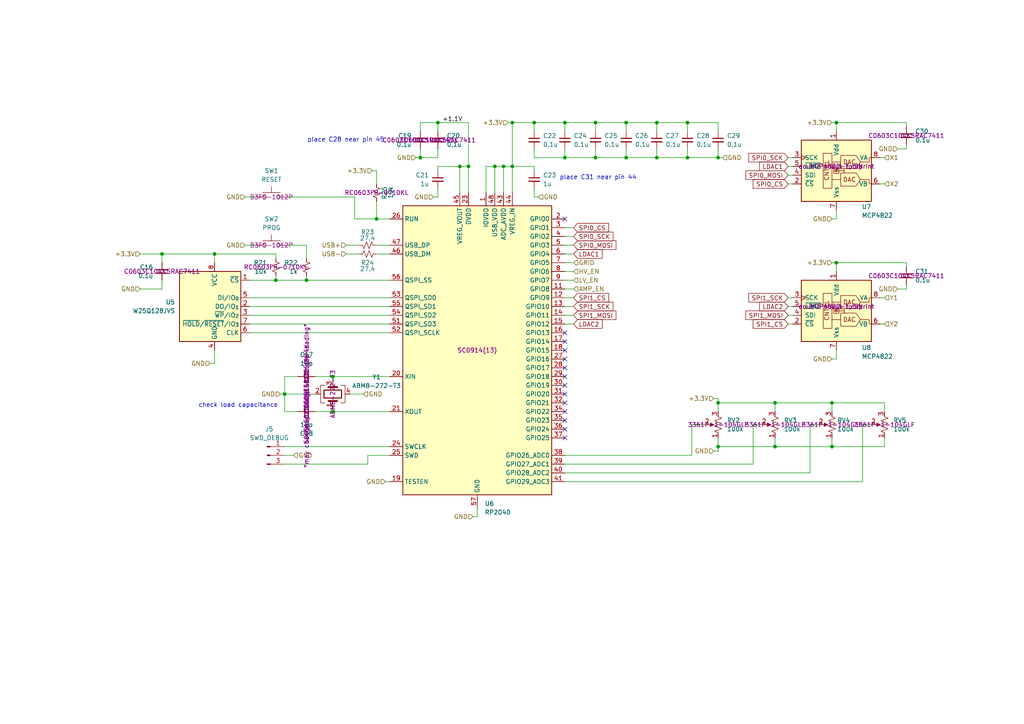
<source format=kicad_sch>
(kicad_sch (version 20250114) (generator "eeschema") (generator_version "9.0")
  (paper "A4")
  (lib_symbols
    (symbol "Analog_DAC:MCP4822" (pin_names (offset 1.016))
      (property "Reference" "U" (at -2.54 10.795 0))
      (property "Value" "MCP4822" (at -2.54 8.89 0))
      (symbol "MCP4822_0_0"
        (polyline (pts (xy 0 -0.889) (xy 0.508 -1.397) (xy -0.508 -1.397) (xy 0 -0.889)))
        (polyline (pts (xy 0 -1.778) (xy 0 -0.635)))
        (polyline (pts (xy 0.381 -0.889) (xy 0.508 -0.762)))
        (polyline (pts (xy 0.381 -0.889) (xy -0.381 -0.889) (xy -0.508 -1.016)))
        (rectangle (start 0.762 -0.381) (end -0.762 -2.032))
        (polyline (pts (xy 0.762 -1.27) (xy 2.286 -1.27) (xy 2.286 -0.762)))
        (polyline (pts (xy 2.286 -1.143) (xy 2.286 -1.905)))
        (polyline (pts (xy 6.985 1.27) (xy 9.525 1.27) (xy 9.525 2.54) (xy 10.16 2.54)))
        (polyline (pts (xy 6.985 -3.81) (xy 9.525 -3.81) (xy 9.525 -5.08) (xy 10.16 -5.08)))
        (text "CNTRL" (at -2.032 -4.191 900) (effects (font (size 1.27 1.27)) (justify left bottom)))
        (text "DAC" (at 3.81 1.27 0) (effects (font (size 1.27 1.27))))
        (text "DAC" (at 3.81 -3.81 0) (effects (font (size 1.27 1.27))))
      )
      (symbol "MCP4822_0_1"
        (rectangle (start -10.16 7.62) (end 10.16 -10.16) (stroke (width 0.254)) (fill (type background)))
        (rectangle (start -1.27 -6.35) (end -3.81 3.81))
        (polyline (pts (xy 1.27 1.27) (xy -1.27 1.27)))
        (polyline (pts (xy 1.27 -3.81) (xy -1.27 -3.81)))
        (polyline (pts (xy 6.985 1.27) (xy 5.715 3.175) (xy 1.27 3.175) (xy 1.27 -0.635) (xy 5.715 -0.635) (xy 6.985 1.27)))
        (polyline (pts (xy 6.985 -3.81) (xy 5.715 -1.905) (xy 1.27 -1.905) (xy 1.27 -5.715) (xy 5.715 -5.715) (xy 6.985 -3.81)))
      )
      (symbol "MCP4822_1_1"
        (pin input clock (at -12.7 2.54 0) (length 2.54) (name "SCK") (number "3"))
        (pin input line (at -12.7 0 0) (length 2.54) (name "~{LDAC}") (number "5"))
        (pin input line (at -12.7 -2.54 0) (length 2.54) (name "SDI") (number "4"))
        (pin input line (at -12.7 -5.08 0) (length 2.54) (name "~{CS}") (number "2"))
        (pin power_in line (at 0 10.16 270) (length 2.54) (name "Vdd") (number "1"))
        (pin power_in line (at 0 -12.7 90) (length 2.54) (name "Vss") (number "7"))
        (pin output line (at 12.7 2.54 180) (length 2.54) (name "VA") (number "8"))
        (pin output line (at 12.7 -5.08 180) (length 2.54) (name "VB") (number "6"))
      )
    )
    (symbol "Connector:Conn_01x03_Pin" (pin_names (offset 1.016) (hide yes))
      (property "Reference" "J" (at 0 5.08 0))
      (property "Value" "Conn_01x03_Pin" (at 0 -5.08 0))
      (symbol "Conn_01x03_Pin_1_1"
        (rectangle (start 0.8636 2.667) (end 0 2.413) (stroke (width 0.1524)) (fill (type outline)))
        (rectangle (start 0.8636 0.127) (end 0 -0.127) (stroke (width 0.1524)) (fill (type outline)))
        (rectangle (start 0.8636 -2.413) (end 0 -2.667) (stroke (width 0.1524)) (fill (type outline)))
        (polyline (pts (xy 1.27 2.54) (xy 0.8636 2.54)) (stroke (width 0.1524)))
        (polyline (pts (xy 1.27 0) (xy 0.8636 0)) (stroke (width 0.1524)))
        (polyline (pts (xy 1.27 -2.54) (xy 0.8636 -2.54)) (stroke (width 0.1524)))
        (pin passive line (at 5.08 2.54 180) (length 3.81) (name "Pin_1") (number "1"))
        (pin passive line (at 5.08 0 180) (length 3.81) (name "Pin_2") (number "2"))
        (pin passive line (at 5.08 -2.54 180) (length 3.81) (name "Pin_3") (number "3"))
      )
    )
    (symbol "Device:C_Small" (pin_numbers (hide yes)) (pin_names (offset 0.254) (hide yes))
      (property "Reference" "C" (at 0.254 1.778 0))
      (property "Value" "C_Small" (at 0.254 -2.032 0))
      (symbol "C_Small_0_1"
        (polyline (pts (xy -1.524 0.508) (xy 1.524 0.508)) (stroke (width 0.3048)))
        (polyline (pts (xy -1.524 -0.508) (xy 1.524 -0.508)) (stroke (width 0.3302)))
      )
      (symbol "C_Small_1_1"
        (pin passive line (at 0 2.54 270) (length 2.032) (name "~") (number "1"))
        (pin passive line (at 0 -2.54 90) (length 2.032) (name "~") (number "2"))
      )
    )
    (symbol "Device:Crystal_GND24" (pin_names (offset 1.016) (hide yes))
      (property "Reference" "Y" (at 3.175 5.08 0))
      (property "Value" "Crystal_GND24" (at 3.175 3.175 0))
      (symbol "Crystal_GND24_0_1"
        (polyline (pts (xy -2.54 2.286) (xy -2.54 3.556) (xy 2.54 3.556) (xy 2.54 2.286)))
        (polyline (pts (xy -2.54 0) (xy -2.032 0)))
        (polyline (pts (xy -2.54 -2.286) (xy -2.54 -3.556) (xy 2.54 -3.556) (xy 2.54 -2.286)))
        (polyline (pts (xy -2.032 -1.27) (xy -2.032 1.27)) (stroke (width 0.508)))
        (rectangle (start -1.143 2.54) (end 1.143 -2.54) (stroke (width 0.3048)))
        (polyline (pts (xy 0 3.556) (xy 0 3.81)))
        (polyline (pts (xy 0 -3.81) (xy 0 -3.556)))
        (polyline (pts (xy 2.032 0) (xy 2.54 0)))
        (polyline (pts (xy 2.032 -1.27) (xy 2.032 1.27)) (stroke (width 0.508)))
      )
      (symbol "Crystal_GND24_1_1"
        (pin passive line (at -3.81 0 0) (length 1.27) (name "1") (number "1"))
        (pin passive line (at 0 5.08 270) (length 1.27) (name "2") (number "2"))
        (pin passive line (at 0 -5.08 90) (length 1.27) (name "4") (number "4"))
        (pin passive line (at 3.81 0 180) (length 1.27) (name "3") (number "3"))
      )
    )
    (symbol "Device:R_Potentiometer_US" (pin_names (offset 1.016) (hide yes))
      (property "Reference" "RV" (at -4.445 0 90))
      (property "Value" "R_Potentiometer_US" (at -2.54 0 90))
      (symbol "R_Potentiometer_US_0_1"
        (polyline (pts (xy 0 2.54) (xy 0 2.286)))
        (polyline (pts (xy 0 2.286) (xy 1.016 1.905) (xy 0 1.524) (xy -1.016 1.143) (xy 0 0.762)))
        (polyline (pts (xy 0 0.762) (xy 1.016 0.381) (xy 0 0) (xy -1.016 -0.381) (xy 0 -0.762)))
        (polyline (pts (xy 0 -0.762) (xy 1.016 -1.143) (xy 0 -1.524) (xy -1.016 -1.905) (xy 0 -2.286)))
        (polyline (pts (xy 0 -2.286) (xy 0 -2.54)))
        (polyline (pts (xy 1.143 0) (xy 2.286 0.508) (xy 2.286 -0.508) (xy 1.143 0)) (fill (type outline)))
        (polyline (pts (xy 2.54 0) (xy 1.524 0)))
      )
      (symbol "R_Potentiometer_US_1_1"
        (pin passive line (at 0 3.81 270) (length 1.27) (name "1") (number "1"))
        (pin passive line (at 0 -3.81 90) (length 1.27) (name "3") (number "3"))
        (pin passive line (at 3.81 0 180) (length 1.27) (name "2") (number "2"))
      )
    )
    (symbol "Device:R_Small_US" (pin_numbers (hide yes)) (pin_names (offset 0.254) (hide yes))
      (property "Reference" "R" (at 0.762 0.508 0))
      (property "Value" "R_Small_US" (at 0.762 -1.016 0))
      (symbol "R_Small_US_1_1"
        (polyline (pts (xy 0 1.524) (xy 1.016 1.143) (xy 0 0.762) (xy -1.016 0.381) (xy 0 0)))
        (polyline (pts (xy 0 0) (xy 1.016 -0.381) (xy 0 -0.762) (xy -1.016 -1.143) (xy 0 -1.524)))
        (pin passive line (at 0 2.54 270) (length 1.016) (name "~") (number "1"))
        (pin passive line (at 0 -2.54 90) (length 1.016) (name "~") (number "2"))
      )
    )
    (symbol "MCU_RaspberryPi:RP2040"
      (property "Reference" "U" (at 17.78 45.72 0))
      (property "Value" "RP2040" (at 17.78 43.18 0))
      (symbol "RP2040_0_1"
        (rectangle (start -21.59 41.91) (end 21.59 -41.91) (stroke (width 0.254)) (fill (type background)))
      )
      (symbol "RP2040_1_1"
        (pin input line (at -25.4 38.1 0) (length 3.81) (name "RUN") (number "26"))
        (pin bidirectional line (at -25.4 30.48 0) (length 3.81) (name "USB_DP") (number "47"))
        (pin bidirectional line (at -25.4 27.94 0) (length 3.81) (name "USB_DM") (number "46"))
        (pin bidirectional line (at -25.4 20.32 0) (length 3.81) (name "QSPI_SS") (number "56"))
        (pin bidirectional line (at -25.4 15.24 0) (length 3.81) (name "QSPI_SD0") (number "53"))
        (pin bidirectional line (at -25.4 12.7 0) (length 3.81) (name "QSPI_SD1") (number "55"))
        (pin bidirectional line (at -25.4 10.16 0) (length 3.81) (name "QSPI_SD2") (number "54"))
        (pin bidirectional line (at -25.4 7.62 0) (length 3.81) (name "QSPI_SD3") (number "51"))
        (pin output line (at -25.4 5.08 0) (length 3.81) (name "QSPI_SCLK") (number "52"))
        (pin input line (at -25.4 -7.62 0) (length 3.81) (name "XIN") (number "20"))
        (pin passive line (at -25.4 -17.78 0) (length 3.81) (name "XOUT") (number "21"))
        (pin input line (at -25.4 -27.94 0) (length 3.81) (name "SWCLK") (number "24"))
        (pin bidirectional line (at -25.4 -30.48 0) (length 3.81) (name "SWD") (number "25"))
        (pin input line (at -25.4 -38.1 0) (length 3.81) (name "TESTEN") (number "19"))
        (pin power_out line (at -5.08 45.72 270) (length 3.81) (name "VREG_VOUT") (number "45"))
        (pin power_in line (at -2.54 45.72 270) (length 3.81) (name "DVDD") (number "23"))
        (pin passive line (at -2.54 45.72 270) (length 3.81) (hide yes) (name "DVDD") (number "50"))
        (pin power_in line (at 0 -45.72 90) (length 3.81) (name "GND") (number "57"))
        (pin power_in line (at 2.54 45.72 270) (length 3.81) (name "IOVDD") (number "1"))
        (pin passive line (at 2.54 45.72 270) (length 3.81) (hide yes) (name "IOVDD") (number "10"))
        (pin passive line (at 2.54 45.72 270) (length 3.81) (hide yes) (name "IOVDD") (number "22"))
        (pin passive line (at 2.54 45.72 270) (length 3.81) (hide yes) (name "IOVDD") (number "33"))
        (pin passive line (at 2.54 45.72 270) (length 3.81) (hide yes) (name "IOVDD") (number "42"))
        (pin passive line (at 2.54 45.72 270) (length 3.81) (hide yes) (name "IOVDD") (number "49"))
        (pin power_in line (at 5.08 45.72 270) (length 3.81) (name "USB_VDD") (number "48"))
        (pin power_in line (at 7.62 45.72 270) (length 3.81) (name "ADC_AVDD") (number "43"))
        (pin power_in line (at 10.16 45.72 270) (length 3.81) (name "VREG_IN") (number "44"))
        (pin bidirectional line (at 25.4 38.1 180) (length 3.81) (name "GPIO0") (number "2"))
        (pin bidirectional line (at 25.4 35.56 180) (length 3.81) (name "GPIO1") (number "3"))
        (pin bidirectional line (at 25.4 33.02 180) (length 3.81) (name "GPIO2") (number "4"))
        (pin bidirectional line (at 25.4 30.48 180) (length 3.81) (name "GPIO3") (number "5"))
        (pin bidirectional line (at 25.4 27.94 180) (length 3.81) (name "GPIO4") (number "6"))
        (pin bidirectional line (at 25.4 25.4 180) (length 3.81) (name "GPIO5") (number "7"))
        (pin bidirectional line (at 25.4 22.86 180) (length 3.81) (name "GPIO6") (number "8"))
        (pin bidirectional line (at 25.4 20.32 180) (length 3.81) (name "GPIO7") (number "9"))
        (pin bidirectional line (at 25.4 17.78 180) (length 3.81) (name "GPIO8") (number "11"))
        (pin bidirectional line (at 25.4 15.24 180) (length 3.81) (name "GPIO9") (number "12"))
        (pin bidirectional line (at 25.4 12.7 180) (length 3.81) (name "GPIO10") (number "13"))
        (pin bidirectional line (at 25.4 10.16 180) (length 3.81) (name "GPIO11") (number "14"))
        (pin bidirectional line (at 25.4 7.62 180) (length 3.81) (name "GPIO12") (number "15"))
        (pin bidirectional line (at 25.4 5.08 180) (length 3.81) (name "GPIO13") (number "16"))
        (pin bidirectional line (at 25.4 2.54 180) (length 3.81) (name "GPIO14") (number "17"))
        (pin bidirectional line (at 25.4 0 180) (length 3.81) (name "GPIO15") (number "18"))
        (pin bidirectional line (at 25.4 -2.54 180) (length 3.81) (name "GPIO16") (number "27"))
        (pin bidirectional line (at 25.4 -5.08 180) (length 3.81) (name "GPIO17") (number "28"))
        (pin bidirectional line (at 25.4 -7.62 180) (length 3.81) (name "GPIO18") (number "29"))
        (pin bidirectional line (at 25.4 -10.16 180) (length 3.81) (name "GPIO19") (number "30"))
        (pin bidirectional line (at 25.4 -12.7 180) (length 3.81) (name "GPIO20") (number "31"))
        (pin bidirectional line (at 25.4 -15.24 180) (length 3.81) (name "GPIO21") (number "32"))
        (pin bidirectional line (at 25.4 -17.78 180) (length 3.81) (name "GPIO22") (number "34"))
        (pin bidirectional line (at 25.4 -20.32 180) (length 3.81) (name "GPIO23") (number "35"))
        (pin bidirectional line (at 25.4 -22.86 180) (length 3.81) (name "GPIO24") (number "36"))
        (pin bidirectional line (at 25.4 -25.4 180) (length 3.81) (name "GPIO25") (number "37"))
        (pin bidirectional line (at 25.4 -30.48 180) (length 3.81) (name "GPIO26_ADC0") (number "38"))
        (pin bidirectional line (at 25.4 -33.02 180) (length 3.81) (name "GPIO27_ADC1") (number "39"))
        (pin bidirectional line (at 25.4 -35.56 180) (length 3.81) (name "GPIO28_ADC2") (number "40"))
        (pin bidirectional line (at 25.4 -38.1 180) (length 3.81) (name "GPIO29_ADC3") (number "41"))
      )
    )
    (symbol "Memory_Flash:W25Q128JVS"
      (property "Reference" "U13" (at 11.43 1.2701 0))
      (property "Value" "W25Q128JVS" (at 11.43 -1.2699 0))
      (symbol "W25Q128JVS_0_1"
        (rectangle (start -7.62 10.16) (end 10.16 -10.16) (stroke (width 0.254)) (fill (type background)))
      )
      (symbol "W25Q128JVS_1_1"
        (pin input line (at -10.16 7.62 0) (length 2.54) (name "~{CS}") (number "1"))
        (pin bidirectional line (at -10.16 2.54 0) (length 2.54) (name "DI/IO_{0}") (number "5"))
        (pin bidirectional line (at -10.16 0 0) (length 2.54) (name "DO/IO_{1}") (number "2"))
        (pin bidirectional line (at -10.16 -2.54 0) (length 2.54) (name "~{WP}/IO_{2}") (number "3"))
        (pin bidirectional line (at -10.16 -5.08 0) (length 2.54) (name "~{HOLD}/~{RESET}/IO_{3}") (number "7"))
        (pin input line (at -10.16 -7.62 0) (length 2.54) (name "CLK") (number "6"))
        (pin power_in line (at 0 12.7 270) (length 2.54) (name "VCC") (number "8"))
        (pin power_in line (at 0 -12.7 90) (length 2.54) (name "GND") (number "4"))
      )
    )
    (symbol "Switch:SW_Omron_B3FS" (pin_numbers (hide yes)) (pin_names (offset 1.016) (hide yes))
      (property "Reference" "SW" (at 1.27 2.54 0))
      (property "Value" "SW_Omron_B3FS" (at 0 -1.524 0))
      (symbol "SW_Omron_B3FS_0_1"
        (circle (center -2.032 0) (radius 0.508))
        (polyline (pts (xy 0 1.27) (xy 0 3.048)))
        (circle (center 2.032 0) (radius 0.508))
        (polyline (pts (xy 2.54 1.27) (xy -2.54 1.27)))
        (pin passive line (at -5.08 0 0) (length 2.54) (name "1") (number "1"))
        (pin passive line (at 5.08 0 180) (length 2.54) (name "2") (number "2"))
      )
    )
  )
  (text "place C28 near pin 45\n" (at 100.33 40.64 0) (effects (font (size 1.27 1.27))))
  (text "place C31 near pin 44\n\n" (at 173.482 52.578 0) (effects (font (size 1.27 1.27))))
  (text "check load capacitance\n" (at 69.088 117.602 0) (effects (font (size 1.27 1.27))))
  (junction (at 241.3 129.54))
  (junction (at 163.83 35.56))
  (junction (at 190.5 45.72))
  (junction (at 154.94 35.56))
  (junction (at 241.3 116.84))
  (junction (at 163.83 45.72))
  (junction (at 133.35 48.26))
  (junction (at 96.52 109.22))
  (junction (at 146.05 48.26))
  (junction (at 172.72 35.56))
  (junction (at 224.79 129.54))
  (junction (at 109.22 63.5))
  (junction (at 148.59 48.26))
  (junction (at 199.39 35.56))
  (junction (at 96.52 119.38))
  (junction (at 208.28 116.84))
  (junction (at 181.61 45.72))
  (junction (at 208.28 129.54))
  (junction (at 208.28 45.72))
  (junction (at 242.57 35.56))
  (junction (at 199.39 45.72))
  (junction (at 82.55 114.3))
  (junction (at 172.72 45.72))
  (junction (at 135.89 48.26))
  (junction (at 62.23 73.66))
  (junction (at 127 35.56))
  (junction (at 224.79 116.84))
  (junction (at 190.5 35.56))
  (junction (at 143.51 48.26))
  (junction (at 148.59 35.56))
  (junction (at 181.61 35.56))
  (junction (at 121.92 45.72))
  (junction (at 80.01 81.28))
  (junction (at 242.57 76.2))
  (junction (at 46.99 73.66))
  (junction (at 88.9 81.28))
  (no_connect (at 163.83 109.22))
  (no_connect (at 163.83 124.46))
  (no_connect (at 163.83 116.84))
  (no_connect (at 163.83 106.68))
  (no_connect (at 163.83 121.92))
  (no_connect (at 163.83 96.52))
  (no_connect (at 163.83 119.38))
  (no_connect (at 163.83 111.76))
  (no_connect (at 163.83 104.14))
  (no_connect (at 163.83 127))
  (no_connect (at 163.83 63.5))
  (no_connect (at 163.83 101.6))
  (no_connect (at 163.83 114.3))
  (no_connect (at 163.83 99.06))
  (wire (pts (xy 101.6 114.3) (xy 105.41 114.3)))
  (wire (pts (xy 109.22 71.12) (xy 113.03 71.12)))
  (wire (pts (xy 241.3 116.84) (xy 241.3 119.38)))
  (wire (pts (xy 260.35 43.18) (xy 262.89 43.18)))
  (wire (pts (xy 241.3 63.5) (xy 242.57 63.5)))
  (wire (pts (xy 96.52 119.38) (xy 113.03 119.38)))
  (wire (pts (xy 228.6 48.26) (xy 229.87 48.26)))
  (wire (pts (xy 262.89 76.2) (xy 262.89 77.47)))
  (wire (pts (xy 255.27 93.98) (xy 256.54 93.98)))
  (wire (pts (xy 255.27 53.34) (xy 256.54 53.34)))
  (wire (pts (xy 91.44 109.22) (xy 96.52 109.22)))
  (wire (pts (xy 166.37 91.44) (xy 163.83 91.44)))
  (wire (pts (xy 163.83 137.16) (xy 234.95 137.16)))
  (wire (pts (xy 127 45.72) (xy 121.92 45.72)))
  (wire (pts (xy 86.36 119.38) (xy 82.55 119.38)))
  (wire (pts (xy 255.27 86.36) (xy 256.54 86.36)))
  (wire (pts (xy 62.23 73.66) (xy 80.01 73.66)))
  (wire (pts (xy 163.83 35.56) (xy 154.94 35.56)))
  (wire (pts (xy 72.39 91.44) (xy 113.03 91.44)))
  (wire (pts (xy 62.23 73.66) (xy 46.99 73.66)))
  (wire (pts (xy 218.44 123.19) (xy 220.98 123.19)))
  (wire (pts (xy 138.43 147.32) (xy 138.43 149.86)))
  (wire (pts (xy 208.28 129.54) (xy 208.28 130.81)))
  (wire (pts (xy 163.83 81.28) (xy 166.37 81.28)))
  (wire (pts (xy 140.97 55.88) (xy 140.97 48.26)))
  (wire (pts (xy 256.54 129.54) (xy 256.54 127)))
  (wire (pts (xy 242.57 104.14) (xy 242.57 101.6)))
  (wire (pts (xy 163.83 76.2) (xy 166.37 76.2)))
  (wire (pts (xy 255.27 45.72) (xy 256.54 45.72)))
  (wire (pts (xy 163.83 71.12) (xy 166.37 71.12)))
  (wire (pts (xy 224.79 116.84) (xy 224.79 119.38)))
  (wire (pts (xy 172.72 45.72) (xy 181.61 45.72)))
  (wire (pts (xy 82.55 114.3) (xy 82.55 109.22)))
  (wire (pts (xy 100.33 73.66) (xy 104.14 73.66)))
  (wire (pts (xy 147.32 35.56) (xy 148.59 35.56)))
  (wire (pts (xy 208.28 35.56) (xy 199.39 35.56)))
  (wire (pts (xy 83.82 71.12) (xy 88.9 71.12)))
  (wire (pts (xy 163.83 83.82) (xy 166.37 83.82)))
  (wire (pts (xy 208.28 129.54) (xy 224.79 129.54)))
  (wire (pts (xy 207.01 130.81) (xy 208.28 130.81)))
  (wire (pts (xy 72.39 96.52) (xy 113.03 96.52)))
  (wire (pts (xy 228.6 88.9) (xy 229.87 88.9)))
  (wire (pts (xy 234.95 123.19) (xy 237.49 123.19)))
  (wire (pts (xy 62.23 101.6) (xy 62.23 105.41)))
  (wire (pts (xy 241.3 127) (xy 241.3 129.54)))
  (wire (pts (xy 163.83 93.98) (xy 166.37 93.98)))
  (wire (pts (xy 234.95 137.16) (xy 234.95 123.19)))
  (wire (pts (xy 102.87 57.15) (xy 102.87 63.5)))
  (wire (pts (xy 80.01 73.66) (xy 80.01 74.93)))
  (wire (pts (xy 96.52 109.22) (xy 96.52 110.49)))
  (wire (pts (xy 200.66 123.19) (xy 204.47 123.19)))
  (wire (pts (xy 127 48.26) (xy 127 49.53)))
  (wire (pts (xy 163.83 132.08) (xy 200.66 132.08)))
  (wire (pts (xy 228.6 93.98) (xy 229.87 93.98)))
  (wire (pts (xy 71.12 57.15) (xy 73.66 57.15)))
  (wire (pts (xy 80.01 81.28) (xy 88.9 81.28)))
  (wire (pts (xy 242.57 35.56) (xy 242.57 38.1)))
  (wire (pts (xy 62.23 76.2) (xy 62.23 73.66)))
  (wire (pts (xy 224.79 127) (xy 224.79 129.54)))
  (wire (pts (xy 46.99 73.66) (xy 46.99 76.2)))
  (wire (pts (xy 106.68 134.62) (xy 106.68 132.08)))
  (wire (pts (xy 190.5 35.56) (xy 181.61 35.56)))
  (wire (pts (xy 82.55 129.54) (xy 113.03 129.54)))
  (wire (pts (xy 40.64 83.82) (xy 46.99 83.82)))
  (wire (pts (xy 224.79 129.54) (xy 241.3 129.54)))
  (wire (pts (xy 200.66 132.08) (xy 200.66 123.19)))
  (wire (pts (xy 163.83 78.74) (xy 166.37 78.74)))
  (wire (pts (xy 163.83 43.18) (xy 163.83 45.72)))
  (wire (pts (xy 256.54 116.84) (xy 256.54 119.38)))
  (wire (pts (xy 241.3 76.2) (xy 242.57 76.2)))
  (wire (pts (xy 262.89 43.18) (xy 262.89 41.91)))
  (wire (pts (xy 262.89 83.82) (xy 262.89 82.55)))
  (wire (pts (xy 208.28 45.72) (xy 208.28 43.18)))
  (wire (pts (xy 82.55 132.08) (xy 85.09 132.08)))
  (wire (pts (xy 60.96 105.41) (xy 62.23 105.41)))
  (wire (pts (xy 82.55 109.22) (xy 86.36 109.22)))
  (wire (pts (xy 163.83 66.04) (xy 166.37 66.04)))
  (wire (pts (xy 199.39 43.18) (xy 199.39 45.72)))
  (wire (pts (xy 163.83 68.58) (xy 166.37 68.58)))
  (wire (pts (xy 137.16 149.86) (xy 138.43 149.86)))
  (wire (pts (xy 107.95 49.53) (xy 109.22 49.53)))
  (wire (pts (xy 154.94 35.56) (xy 154.94 38.1)))
  (wire (pts (xy 154.94 48.26) (xy 154.94 49.53)))
  (wire (pts (xy 148.59 35.56) (xy 148.59 48.26)))
  (wire (pts (xy 228.6 50.8) (xy 229.87 50.8)))
  (wire (pts (xy 71.12 71.12) (xy 73.66 71.12)))
  (wire (pts (xy 163.83 73.66) (xy 166.37 73.66)))
  (wire (pts (xy 148.59 48.26) (xy 154.94 48.26)))
  (wire (pts (xy 121.92 38.1) (xy 121.92 35.56)))
  (wire (pts (xy 228.6 53.34) (xy 229.87 53.34)))
  (wire (pts (xy 127 35.56) (xy 135.89 35.56)))
  (wire (pts (xy 250.19 123.19) (xy 252.73 123.19)))
  (wire (pts (xy 82.55 119.38) (xy 82.55 114.3)))
  (wire (pts (xy 96.52 118.11) (xy 96.52 119.38)))
  (wire (pts (xy 228.6 91.44) (xy 229.87 91.44)))
  (wire (pts (xy 208.28 116.84) (xy 224.79 116.84)))
  (wire (pts (xy 109.22 58.42) (xy 109.22 63.5)))
  (wire (pts (xy 199.39 35.56) (xy 199.39 38.1)))
  (wire (pts (xy 199.39 45.72) (xy 208.28 45.72)))
  (wire (pts (xy 241.3 35.56) (xy 242.57 35.56)))
  (wire (pts (xy 72.39 93.98) (xy 113.03 93.98)))
  (wire (pts (xy 250.19 139.7) (xy 250.19 123.19)))
  (wire (pts (xy 190.5 45.72) (xy 199.39 45.72)))
  (wire (pts (xy 154.94 54.61) (xy 154.94 57.15)))
  (wire (pts (xy 46.99 73.66) (xy 40.64 73.66)))
  (wire (pts (xy 81.28 114.3) (xy 82.55 114.3)))
  (wire (pts (xy 109.22 53.34) (xy 109.22 49.53)))
  (wire (pts (xy 127 35.56) (xy 127 38.1)))
  (wire (pts (xy 190.5 35.56) (xy 190.5 38.1)))
  (wire (pts (xy 172.72 35.56) (xy 172.72 38.1)))
  (wire (pts (xy 181.61 43.18) (xy 181.61 45.72)))
  (wire (pts (xy 146.05 48.26) (xy 148.59 48.26)))
  (wire (pts (xy 143.51 48.26) (xy 146.05 48.26)))
  (wire (pts (xy 241.3 104.14) (xy 242.57 104.14)))
  (wire (pts (xy 181.61 35.56) (xy 181.61 38.1)))
  (wire (pts (xy 154.94 43.18) (xy 154.94 45.72)))
  (wire (pts (xy 109.22 63.5) (xy 113.03 63.5)))
  (wire (pts (xy 143.51 48.26) (xy 143.51 55.88)))
  (wire (pts (xy 109.22 73.66) (xy 113.03 73.66)))
  (wire (pts (xy 163.83 134.62) (xy 218.44 134.62)))
  (wire (pts (xy 166.37 86.36) (xy 163.83 86.36)))
  (wire (pts (xy 242.57 76.2) (xy 262.89 76.2)))
  (wire (pts (xy 146.05 48.26) (xy 146.05 55.88)))
  (wire (pts (xy 241.3 116.84) (xy 256.54 116.84)))
  (wire (pts (xy 228.6 45.72) (xy 229.87 45.72)))
  (wire (pts (xy 135.89 35.56) (xy 135.89 48.26)))
  (wire (pts (xy 46.99 83.82) (xy 46.99 81.28)))
  (wire (pts (xy 88.9 71.12) (xy 88.9 74.93)))
  (wire (pts (xy 148.59 55.88) (xy 148.59 48.26)))
  (wire (pts (xy 121.92 45.72) (xy 121.92 43.18)))
  (wire (pts (xy 91.44 119.38) (xy 96.52 119.38)))
  (wire (pts (xy 120.65 45.72) (xy 121.92 45.72)))
  (wire (pts (xy 172.72 43.18) (xy 172.72 45.72)))
  (wire (pts (xy 133.35 48.26) (xy 127 48.26)))
  (wire (pts (xy 228.6 86.36) (xy 229.87 86.36)))
  (wire (pts (xy 172.72 35.56) (xy 163.83 35.56)))
  (wire (pts (xy 208.28 127) (xy 208.28 129.54)))
  (wire (pts (xy 241.3 129.54) (xy 256.54 129.54)))
  (wire (pts (xy 72.39 81.28) (xy 80.01 81.28)))
  (wire (pts (xy 181.61 45.72) (xy 190.5 45.72)))
  (wire (pts (xy 121.92 35.56) (xy 127 35.56)))
  (wire (pts (xy 208.28 115.57) (xy 208.28 116.84)))
  (wire (pts (xy 224.79 116.84) (xy 241.3 116.84)))
  (wire (pts (xy 127 43.18) (xy 127 45.72)))
  (wire (pts (xy 156.21 57.15) (xy 154.94 57.15)))
  (wire (pts (xy 80.01 80.01) (xy 80.01 81.28)))
  (wire (pts (xy 106.68 132.08) (xy 113.03 132.08)))
  (wire (pts (xy 135.89 48.26) (xy 135.89 55.88)))
  (wire (pts (xy 181.61 35.56) (xy 172.72 35.56)))
  (wire (pts (xy 96.52 109.22) (xy 113.03 109.22)))
  (wire (pts (xy 88.9 81.28) (xy 113.03 81.28)))
  (wire (pts (xy 262.89 35.56) (xy 262.89 36.83)))
  (wire (pts (xy 163.83 139.7) (xy 250.19 139.7)))
  (wire (pts (xy 72.39 86.36) (xy 113.03 86.36)))
  (wire (pts (xy 190.5 43.18) (xy 190.5 45.72)))
  (wire (pts (xy 242.57 63.5) (xy 242.57 60.96)))
  (wire (pts (xy 260.35 83.82) (xy 262.89 83.82)))
  (wire (pts (xy 140.97 48.26) (xy 143.51 48.26)))
  (wire (pts (xy 133.35 55.88) (xy 133.35 48.26)))
  (wire (pts (xy 208.28 119.38) (xy 208.28 116.84)))
  (wire (pts (xy 91.44 114.3) (xy 82.55 114.3)))
  (wire (pts (xy 125.73 57.15) (xy 127 57.15)))
  (wire (pts (xy 100.33 71.12) (xy 104.14 71.12)))
  (wire (pts (xy 102.87 63.5) (xy 109.22 63.5)))
  (wire (pts (xy 208.28 45.72) (xy 209.55 45.72)))
  (wire (pts (xy 88.9 80.01) (xy 88.9 81.28)))
  (wire (pts (xy 72.39 88.9) (xy 113.03 88.9)))
  (wire (pts (xy 133.35 48.26) (xy 135.89 48.26)))
  (wire (pts (xy 199.39 35.56) (xy 190.5 35.56)))
  (wire (pts (xy 163.83 45.72) (xy 172.72 45.72)))
  (wire (pts (xy 208.28 38.1) (xy 208.28 35.56)))
  (wire (pts (xy 242.57 76.2) (xy 242.57 78.74)))
  (wire (pts (xy 242.57 35.56) (xy 262.89 35.56)))
  (wire (pts (xy 218.44 134.62) (xy 218.44 123.19)))
  (wire (pts (xy 83.82 57.15) (xy 102.87 57.15)))
  (wire (pts (xy 166.37 88.9) (xy 163.83 88.9)))
  (wire (pts (xy 207.01 115.57) (xy 208.28 115.57)))
  (wire (pts (xy 82.55 134.62) (xy 106.68 134.62)))
  (wire (pts (xy 163.83 35.56) (xy 163.83 38.1)))
  (wire (pts (xy 154.94 45.72) (xy 163.83 45.72)))
  (wire (pts (xy 113.03 139.7) (xy 111.76 139.7)))
  (wire (pts (xy 127 54.61) (xy 127 57.15)))
  (wire (pts (xy 154.94 35.56) (xy 148.59 35.56)))
  (label "+1.1V" (at 128.27 35.56 0))
  (global_label "SPI0_SCK" (shape input) (at 228.6 45.72 180) (property "Intersheetrefs" "${INTERSHEET_REFS}" (effects (hide yes))))
  (global_label "SPI1_MOSI" (shape input) (at 228.6 91.44 180) (property "Intersheetrefs" "${INTERSHEET_REFS}" (effects (hide yes))))
  (global_label "SPI0_CS" (shape input) (at 228.6 53.34 180) (property "Intersheetrefs" "${INTERSHEET_REFS}" (effects (hide yes))))
  (global_label "SPI1_SCK" (shape input) (at 228.6 86.36 180) (property "Intersheetrefs" "${INTERSHEET_REFS}" (effects (hide yes))))
  (global_label "SPI0_MOSI" (shape input) (at 166.37 71.12 0) (property "Intersheetrefs" "${INTERSHEET_REFS}" (effects (hide yes))))
  (global_label "LDAC1" (shape input) (at 228.6 48.26 180) (property "Intersheetrefs" "${INTERSHEET_REFS}" (effects (hide yes))))
  (global_label "SPI0_CS" (shape input) (at 166.37 66.04 0) (property "Intersheetrefs" "${INTERSHEET_REFS}" (effects (hide yes))))
  (global_label "LDAC2" (shape input) (at 228.6 88.9 180) (property "Intersheetrefs" "${INTERSHEET_REFS}" (effects (hide yes))))
  (global_label "SPI1_SCK" (shape input) (at 166.37 88.9 0) (property "Intersheetrefs" "${INTERSHEET_REFS}" (effects (hide yes))))
  (global_label "SPI1_CS" (shape input) (at 166.37 86.36 0) (property "Intersheetrefs" "${INTERSHEET_REFS}" (effects (hide yes))))
  (global_label "LDAC1" (shape input) (at 166.37 73.66 0) (property "Intersheetrefs" "${INTERSHEET_REFS}" (effects (hide yes))))
  (global_label "LDAC2" (shape input) (at 166.37 93.98 0) (property "Intersheetrefs" "${INTERSHEET_REFS}" (effects (hide yes))))
  (global_label "SPI0_MOSI" (shape input) (at 228.6 50.8 180) (property "Intersheetrefs" "${INTERSHEET_REFS}" (effects (hide yes))))
  (global_label "SPI1_CS" (shape input) (at 228.6 93.98 180) (property "Intersheetrefs" "${INTERSHEET_REFS}" (effects (hide yes))))
  (global_label "SPI1_MOSI" (shape input) (at 166.37 91.44 0) (property "Intersheetrefs" "${INTERSHEET_REFS}" (effects (hide yes))))
  (global_label "SPI0_SCK" (shape input) (at 166.37 68.58 0) (property "Intersheetrefs" "${INTERSHEET_REFS}" (effects (hide yes))))
  (hierarchical_label "+3.3V" (shape input) (at 147.32 35.56 180))
  (hierarchical_label "GRID" (shape input) (at 166.37 76.2 0))
  (hierarchical_label "GND" (shape input) (at 209.55 45.72 0))
  (hierarchical_label "GND" (shape input) (at 241.3 63.5 180))
  (hierarchical_label "GND" (shape input) (at 81.28 114.3 180))
  (hierarchical_label "LV_EN" (shape input) (at 166.37 81.28 0))
  (hierarchical_label "Y2" (shape input) (at 256.54 93.98 0))
  (hierarchical_label "GND" (shape input) (at 260.35 43.18 180))
  (hierarchical_label "GND" (shape input) (at 71.12 57.15 180))
  (hierarchical_label "GND" (shape input) (at 207.01 130.81 180))
  (hierarchical_label "GND" (shape input) (at 156.21 57.15 0))
  (hierarchical_label "GND" (shape input) (at 71.12 71.12 180))
  (hierarchical_label "GND" (shape input) (at 40.64 83.82 180))
  (hierarchical_label "GND" (shape input) (at 125.73 57.15 180))
  (hierarchical_label "+3.3V" (shape input) (at 241.3 35.56 180))
  (hierarchical_label "USB-" (shape input) (at 100.33 73.66 180))
  (hierarchical_label "GND" (shape input) (at 260.35 83.82 180))
  (hierarchical_label "GND" (shape input) (at 85.09 132.08 0))
  (hierarchical_label "+3.3V" (shape input) (at 241.3 76.2 180))
  (hierarchical_label "GND" (shape input) (at 241.3 104.14 180))
  (hierarchical_label "HV_EN" (shape input) (at 166.37 78.74 0))
  (hierarchical_label "GND" (shape input) (at 105.41 114.3 0))
  (hierarchical_label "AMP_EN" (shape input) (at 166.37 83.82 0))
  (hierarchical_label "X1" (shape input) (at 256.54 45.72 0))
  (hierarchical_label "USB+" (shape input) (at 100.33 71.12 180))
  (hierarchical_label "+3.3V" (shape input) (at 207.01 115.57 180))
  (hierarchical_label "+3.3V" (shape input) (at 107.95 49.53 180))
  (hierarchical_label "+3.3V" (shape input) (at 40.64 73.66 180))
  (hierarchical_label "Y1" (shape input) (at 256.54 86.36 0))
  (hierarchical_label "GND" (shape input) (at 111.76 139.7 180))
  (hierarchical_label "GND" (shape input) (at 120.65 45.72 180))
  (hierarchical_label "GND" (shape input) (at 137.16 149.86 180))
  (hierarchical_label "X2" (shape input) (at 256.54 53.34 0))
  (hierarchical_label "GND" (shape input) (at 60.96 105.41 180))
  (symbol (lib_id "Connector:Conn_01x03_Pin") (at 77.47 132.08 0) (unit 1)
    (property "Reference" "J5" (at 78.105 124.46 0))
    (property "Value" "SWD_DEBUG" (at 78.105 127 0))
    (property "Footprint" "Connector_PinHeader_2.54mm:PinHeader_1x03_P2.54mm_Vertical" (effects (hide yes)))
    (property "Description" "Generic connector, single row, 01x03, script generated" (effects (hide yes)))
  )
  (symbol (lib_id "Device:C_Small") (at 172.72 40.64 0) (unit 1)
    (property "Reference" "C25" (at 175.26 39.3762 0) (effects (justify left)))
    (property "Value" "0.1u" (at 175.26 41.9162 0) (effects (justify left)))
    (property "Footprint" "Capacitor_SMD:C_0603_1608Metric" (effects (hide yes)))
    (property "Description" "Unpolarized capacitor, small symbol" (effects (hide yes)))
    (property "Digikey P/N" "C0603C104K5RAC7411" (effects (hide yes)))
  )
  (symbol (lib_id "Device:C_Small") (at 190.5 40.64 0) (unit 1)
    (property "Reference" "C27" (at 193.04 39.3762 0) (effects (justify left)))
    (property "Value" "0.1u" (at 193.04 41.9162 0) (effects (justify left)))
    (property "Footprint" "Capacitor_SMD:C_0603_1608Metric" (effects (hide yes)))
    (property "Description" "Unpolarized capacitor, small symbol" (effects (hide yes)))
    (property "Digikey P/N" "C0603C104K5RAC7411" (effects (hide yes)))
  )
  (symbol (lib_id "Device:R_Small_US") (at 88.9 77.47 0) (unit 1)
    (property "Reference" "R22" (at 86.36 76.1999 0) (effects (justify right)))
    (property "Value" "1k" (at 86.36 78.7399 0) (effects (justify right)))
    (property "Description" "Resistor, small US symbol" (effects (hide yes)))
  )
  (symbol (lib_id "Device:C_Small") (at 46.99 78.74 0) (mirror y) (unit 1)
    (property "Reference" "C16" (at 44.45 77.4762 0) (effects (justify left)))
    (property "Value" "0.1u" (at 44.45 80.0162 0) (effects (justify left)))
    (property "Footprint" "Capacitor_SMD:C_0603_1608Metric" (effects (hide yes)))
    (property "Description" "Unpolarized capacitor, small symbol" (effects (hide yes)))
    (property "Digikey P/N" "C0603C104K5RAC7411" (at 46.99 78.74 0))
  )
  (symbol (lib_id "Device:C_Small") (at 88.9 109.22 90) (unit 1)
    (property "Reference" "C17" (at 88.9063 102.87 90))
    (property "Value" "15p" (at 88.9063 105.41 90))
    (property "Footprint" "Capacitor_SMD:C_0603_1608Metric" (effects (hide yes)))
    (property "Description" "Unpolarized capacitor, small symbol" (effects (hide yes)))
    (property "Digikey P/N" "600S150JT250XT4K" (at 88.9 109.22 0))
    (property "JLCPCB P/N" "*may change...calc cap loading* " (at 88.9 109.22 0))
  )
  (symbol (lib_id "Device:R_Potentiometer_US") (at 208.28 123.19 180) (unit 1)
    (property "Reference" "RV2" (at 210.82 121.9199 0) (effects (justify right)))
    (property "Value" "100k" (at 210.82 124.4599 0) (effects (justify right)))
    (property "Footprint" "Potentiometer_SMD:Potentiometer_Vishay_TS53YJ_Vertical" (effects (hide yes)))
    (property "Description" "Potentiometer, US symbol" (effects (hide yes)))
    (property "Digikey P/N" "3361P-1-104GLF" (at 208.28 123.19 0))
  )
  (symbol (lib_id "Device:C_Small") (at 127 40.64 0) (unit 1)
    (property "Reference" "C20" (at 129.54 39.3762 0) (effects (justify left)))
    (property "Value" "0.1u" (at 129.54 41.9162 0) (effects (justify left)))
    (property "Footprint" "Capacitor_SMD:C_0603_1608Metric" (effects (hide yes)))
    (property "Description" "Unpolarized capacitor, small symbol" (effects (hide yes)))
    (property "Digikey P/N" "C0603C104K5RAC7411" (at 127 40.64 0))
  )
  (symbol (lib_id "Device:R_Potentiometer_US") (at 224.79 123.19 180) (unit 1)
    (property "Reference" "RV3" (at 227.33 121.9199 0) (effects (justify right)))
    (property "Value" "100k" (at 227.33 124.4599 0) (effects (justify right)))
    (property "Footprint" "Potentiometer_SMD:Potentiometer_Vishay_TS53YJ_Vertical" (effects (hide yes)))
    (property "Description" "Potentiometer, US symbol" (effects (hide yes)))
    (property "Digikey P/N" "3361P-1-104GLF" (at 224.79 123.19 0))
  )
  (symbol (lib_id "Device:R_Small_US") (at 106.68 71.12 90) (mirror x) (unit 1)
    (property "Reference" "R23" (at 104.648 67.31 90) (effects (justify right)))
    (property "Value" "27.4" (at 104.394 69.088 90) (effects (justify right)))
    (property "Description" "Resistor, small US symbol" (effects (hide yes)))
  )
  (symbol (lib_id "Device:C_Small") (at 121.92 40.64 0) (mirror y) (unit 1)
    (property "Reference" "C19" (at 119.38 39.3762 0) (effects (justify left)))
    (property "Value" "0.1u" (at 119.38 41.9162 0) (effects (justify left)))
    (property "Footprint" "Capacitor_SMD:C_0603_1608Metric" (effects (hide yes)))
    (property "Description" "Unpolarized capacitor, small symbol" (effects (hide yes)))
    (property "Digikey P/N" "C0603C104K5RAC7411" (at 121.92 40.64 0))
  )
  (symbol (lib_id "Device:C_Small") (at 154.94 52.07 0) (unit 1)
    (property "Reference" "C23" (at 157.48 50.8062 0) (effects (justify left)))
    (property "Value" "1u" (at 157.48 53.3462 0) (effects (justify left)))
    (property "Footprint" "Capacitor_SMD:C_0603_1608Metric" (effects (hide yes)))
    (property "Description" "Unpolarized capacitor, small symbol" (effects (hide yes)))
    (property "Digikey P/N" "CL10A105KA8NNNC" (effects (hide yes)))
  )
  (symbol (lib_id "Device:C_Small") (at 262.89 80.01 0) (unit 1)
    (property "Reference" "C31" (at 265.43 78.7462 0) (effects (justify left)))
    (property "Value" "0.1u" (at 265.43 81.2862 0) (effects (justify left)))
    (property "Footprint" "Capacitor_SMD:C_0603_1608Metric" (effects (hide yes)))
    (property "Description" "Unpolarized capacitor, small symbol" (effects (hide yes)))
    (property "Digikey P/N" "C0603C104K5RAC7411" (at 262.89 80.01 0))
  )
  (symbol (lib_id "Device:Crystal_GND24") (at 96.52 114.3 90) (unit 1)
    (property "Reference" "Y1" (at 109.22 109.3468 90))
    (property "Value" "ABM8-272-T3" (at 109.22 111.8868 90))
    (property "Footprint" "Crystal:Crystal_SMD_3225-4Pin_3.2x2.5mm" (effects (hide yes)))
    (property "Description" "Four pin crystal, GND on pins 2 and 4" (effects (hide yes)))
    (property "Digikey P/N" "ABM8-272-T3" (at 96.52 114.3 0))
  )
  (symbol (lib_id "Device:C_Small") (at 88.9 119.38 90) (mirror x) (unit 1)
    (property "Reference" "C18" (at 88.9063 125.73 90))
    (property "Value" "15p" (at 88.9063 123.19 90))
    (property "Footprint" "Capacitor_SMD:C_0603_1608Metric" (effects (hide yes)))
    (property "Description" "Unpolarized capacitor, small symbol" (effects (hide yes)))
    (property "Digikey P/N" "600S150JT250XT4K" (at 88.9 119.38 0))
    (property "JLCPCB P/N" "*may change...calc cap loading* " (at 88.9 119.38 0))
  )
  (symbol (lib_id "Device:C_Small") (at 163.83 40.64 0) (unit 1)
    (property "Reference" "C24" (at 166.37 39.3762 0) (effects (justify left)))
    (property "Value" "0.1u" (at 166.37 41.9162 0) (effects (justify left)))
    (property "Footprint" "Capacitor_SMD:C_0603_1608Metric" (effects (hide yes)))
    (property "Description" "Unpolarized capacitor, small symbol" (effects (hide yes)))
    (property "Digikey P/N" "C0603C104K5RAC7411" (effects (hide yes)))
  )
  (symbol (lib_id "Device:R_Small_US") (at 80.01 77.47 0) (unit 1)
    (property "Reference" "R21" (at 77.47 76.1999 0) (effects (justify right)))
    (property "Value" "10k" (at 77.47 78.7399 0) (effects (justify right)))
    (property "Footprint" "Resistor_SMD:R_0603_1608Metric" (effects (hide yes)))
    (property "Description" "Resistor, small US symbol" (effects (hide yes)))
    (property "Digikey P/N" "RC0603FR-0710KL" (at 80.01 77.47 0))
  )
  (symbol (lib_id "MCU_RaspberryPi:RP2040") (at 138.43 101.6 0) (unit 1)
    (property "Reference" "U6" (at 140.5733 146.05 0) (effects (justify left)))
    (property "Value" "RP2040" (at 140.5733 148.59 0) (effects (justify left)))
    (property "Footprint" "Package_DFN_QFN:QFN-56-1EP_7x7mm_P0.4mm_EP3.2x3.2mm" (effects (hide yes)))
    (property "Datasheet" "https://datasheets.raspberrypi.com/rp2040/rp2040-datasheet.pdf" (effects (hide yes)))
    (property "Description" "A microcontroller by Raspberry Pi" (effects (hide yes)))
    (property "Digikey P/N" "SC0914(13)" (at 138.43 101.6 0))
  )
  (symbol (lib_id "Memory_Flash:W25Q128JVS") (at 62.23 88.9 0) (mirror y) (unit 1)
    (property "Reference" "U5" (at 50.8 87.6299 0) (effects (justify left)))
    (property "Value" "W25Q128JVS" (at 50.8 90.1699 0) (effects (justify left)))
    (property "Footprint" "Package_SO:SOIC-8_5.3x5.3mm_P1.27mm" (effects (hide yes)))
    (property "Datasheet" "https://www.winbond.com/resource-files/w25q128jv_dtr%20revc%2003272018%20plus.pdf" (effects (hide yes)))
    (property "Description" "128Mbit / 16MiB Serial Flash Memory, Standard/Dual/Quad SPI, 2.7-3.6V, SOIC-8" (effects (hide yes)))
  )
  (symbol (lib_id "Device:C_Small") (at 208.28 40.64 0) (unit 1)
    (property "Reference" "C29" (at 210.82 39.3762 0) (effects (justify left)))
    (property "Value" "0.1u" (at 210.82 41.9162 0) (effects (justify left)))
    (property "Footprint" "Capacitor_SMD:C_0603_1608Metric" (effects (hide yes)))
    (property "Description" "Unpolarized capacitor, small symbol" (effects (hide yes)))
    (property "Digikey P/N" "C0603C104K5RAC7411" (effects (hide yes)))
  )
  (symbol (lib_id "Device:R_Small_US") (at 106.68 73.66 90) (unit 1)
    (property "Reference" "R24" (at 104.6479 76.2 90) (effects (justify right)))
    (property "Value" "27.4" (at 104.394 77.978 90) (effects (justify right)))
    (property "Description" "Resistor, small US symbol" (effects (hide yes)))
  )
  (symbol (lib_id "Switch:SW_Omron_B3FS") (at 78.74 71.12 0) (unit 1)
    (property "Reference" "SW2" (at 78.74 63.5 0))
    (property "Value" "PROG" (at 78.74 66.04 0))
    (property "Footprint" "Button_Switch_SMD:SW_SPST_Omron_B3FS-101xP" (effects (hide yes)))
    (property "Datasheet" "https://omronfs.omron.com/en_US/ecb/products/pdf/en-b3fs.pdf" (effects (hide yes)))
    (property "Description" "Omron B3FS 6x6mm single pole normally-open tactile switch" (effects (hide yes)))
    (property "Digikey P/N" "B3FS-1012P" (at 78.74 71.12 0))
  )
  (symbol (lib_id "Device:C_Small") (at 199.39 40.64 0) (unit 1)
    (property "Reference" "C28" (at 201.93 39.3762 0) (effects (justify left)))
    (property "Value" "0.1u" (at 201.93 41.9162 0) (effects (justify left)))
    (property "Footprint" "Capacitor_SMD:C_0603_1608Metric" (effects (hide yes)))
    (property "Description" "Unpolarized capacitor, small symbol" (effects (hide yes)))
    (property "Digikey P/N" "C0603C104K5RAC7411" (effects (hide yes)))
  )
  (symbol (lib_id "Switch:SW_Omron_B3FS") (at 78.74 57.15 0) (unit 1)
    (property "Reference" "SW1" (at 78.74 49.53 0))
    (property "Value" "RESET" (at 78.74 52.07 0))
    (property "Footprint" "Button_Switch_SMD:SW_SPST_Omron_B3FS-101xP" (effects (hide yes)))
    (property "Datasheet" "https://omronfs.omron.com/en_US/ecb/products/pdf/en-b3fs.pdf" (effects (hide yes)))
    (property "Description" "Omron B3FS 6x6mm single pole normally-open tactile switch" (effects (hide yes)))
    (property "Digikey P/N" "B3FS-1012P" (at 78.74 57.15 0))
  )
  (symbol (lib_id "Analog_DAC:MCP4822") (at 242.57 88.9 0) (unit 1)
    (property "Reference" "U8" (at 249.936 100.838 0) (effects (justify left)))
    (property "Value" "MCP4822" (at 249.936 103.378 0) (effects (justify left)))
    (property "Footprint" "Package_SO:SOIC-8_5.3x5.3mm_P1.27mm" (effects (hide yes)))
    (property "Datasheet" "http://ww1.microchip.com/downloads/en/DeviceDoc/20002249B.pdf" (effects (hide yes)))
    (property "Description" "2-Channel 12-Bit D/A Converters with SPI Interface and Internal Reference (2.048V)" (effects (hide yes)))
    (property "Digikey P/N" "MCP4822-E/SN" (at 242.57 88.9 0))
    (property "JLCPCB P/N" "double check footprint" (at 242.57 88.9 0))
  )
  (symbol (lib_id "Device:C_Small") (at 127 52.07 0) (mirror y) (unit 1)
    (property "Reference" "C21" (at 124.46 50.8062 0) (effects (justify left)))
    (property "Value" "1u" (at 124.46 53.3462 0) (effects (justify left)))
    (property "Footprint" "Capacitor_SMD:C_0603_1608Metric" (effects (hide yes)))
    (property "Description" "Unpolarized capacitor, small symbol" (effects (hide yes)))
    (property "Digikey P/N" "CL10A105KA8NNNC" (effects (hide yes)))
  )
  (symbol (lib_id "Device:C_Small") (at 262.89 39.37 0) (unit 1)
    (property "Reference" "C30" (at 265.43 38.1062 0) (effects (justify left)))
    (property "Value" "0.1u" (at 265.43 40.6462 0) (effects (justify left)))
    (property "Footprint" "Capacitor_SMD:C_0603_1608Metric" (effects (hide yes)))
    (property "Description" "Unpolarized capacitor, small symbol" (effects (hide yes)))
    (property "Digikey P/N" "C0603C104K5RAC7411" (at 262.89 39.37 0))
  )
  (symbol (lib_id "Device:C_Small") (at 154.94 40.64 0) (unit 1)
    (property "Reference" "C22" (at 157.48 39.3762 0) (effects (justify left)))
    (property "Value" "0.1u" (at 157.48 41.9162 0) (effects (justify left)))
    (property "Footprint" "Capacitor_SMD:C_0603_1608Metric" (effects (hide yes)))
    (property "Description" "Unpolarized capacitor, small symbol" (effects (hide yes)))
    (property "Digikey P/N" "C0603C104K5RAC7411" (effects (hide yes)))
  )
  (symbol (lib_id "Device:R_Potentiometer_US") (at 256.54 123.19 180) (unit 1)
    (property "Reference" "RV5" (at 259.08 121.9199 0) (effects (justify right)))
    (property "Value" "100k" (at 259.08 124.4599 0) (effects (justify right)))
    (property "Footprint" "Potentiometer_SMD:Potentiometer_Vishay_TS53YJ_Vertical" (effects (hide yes)))
    (property "Description" "Potentiometer, US symbol" (effects (hide yes)))
    (property "Digikey P/N" "3361P-1-104GLF" (at 256.54 123.19 0))
  )
  (symbol (lib_id "Device:R_Small_US") (at 109.22 55.88 180) (unit 1)
    (property "Reference" "R25" (at 111.506 57.912 90) (effects (justify right)))
    (property "Value" "10k" (at 113.284 57.658 90) (effects (justify right)))
    (property "Footprint" "Resistor_SMD:R_0603_1608Metric" (effects (hide yes)))
    (property "Description" "Resistor, small US symbol" (effects (hide yes)))
    (property "Digikey P/N" "RC0603FR-0710KL" (at 109.22 55.88 0))
  )
  (symbol (lib_id "Analog_DAC:MCP4822") (at 242.57 48.26 0) (unit 1)
    (property "Reference" "U7" (at 249.936 59.944 0) (effects (justify left)))
    (property "Value" "MCP4822" (at 249.936 62.484 0) (effects (justify left)))
    (property "Footprint" "Package_SO:SOIC-8_5.3x5.3mm_P1.27mm" (effects (hide yes)))
    (property "Datasheet" "http://ww1.microchip.com/downloads/en/DeviceDoc/20002249B.pdf" (effects (hide yes)))
    (property "Description" "2-Channel 12-Bit D/A Converters with SPI Interface and Internal Reference (2.048V)" (effects (hide yes)))
    (property "Digikey P/N" "MCP4822-E/SN" (at 242.57 48.26 0))
    (property "JLCPCB P/N" "double check footprint" (at 242.57 48.26 0))
  )
  (symbol (lib_id "Device:R_Potentiometer_US") (at 241.3 123.19 180) (unit 1)
    (property "Reference" "RV4" (at 242.824 121.92 0) (effects (justify right)))
    (property "Value" "100k" (at 242.824 124.46 0) (effects (justify right)))
    (property "Footprint" "Potentiometer_SMD:Potentiometer_Vishay_TS53YJ_Vertical" (effects (hide yes)))
    (property "Description" "Potentiometer, US symbol" (effects (hide yes)))
    (property "Digikey P/N" "3361P-1-104GLF" (at 241.3 123.19 0))
  )
  (symbol (lib_id "Device:C_Small") (at 181.61 40.64 0) (unit 1)
    (property "Reference" "C26" (at 184.15 39.3762 0) (effects (justify left)))
    (property "Value" "0.1u" (at 184.15 41.9162 0) (effects (justify left)))
    (property "Footprint" "Capacitor_SMD:C_0603_1608Metric" (effects (hide yes)))
    (property "Description" "Unpolarized capacitor, small symbol" (effects (hide yes)))
    (property "Digikey P/N" "C0603C104K5RAC7411" (effects (hide yes)))
  )
)
</source>
